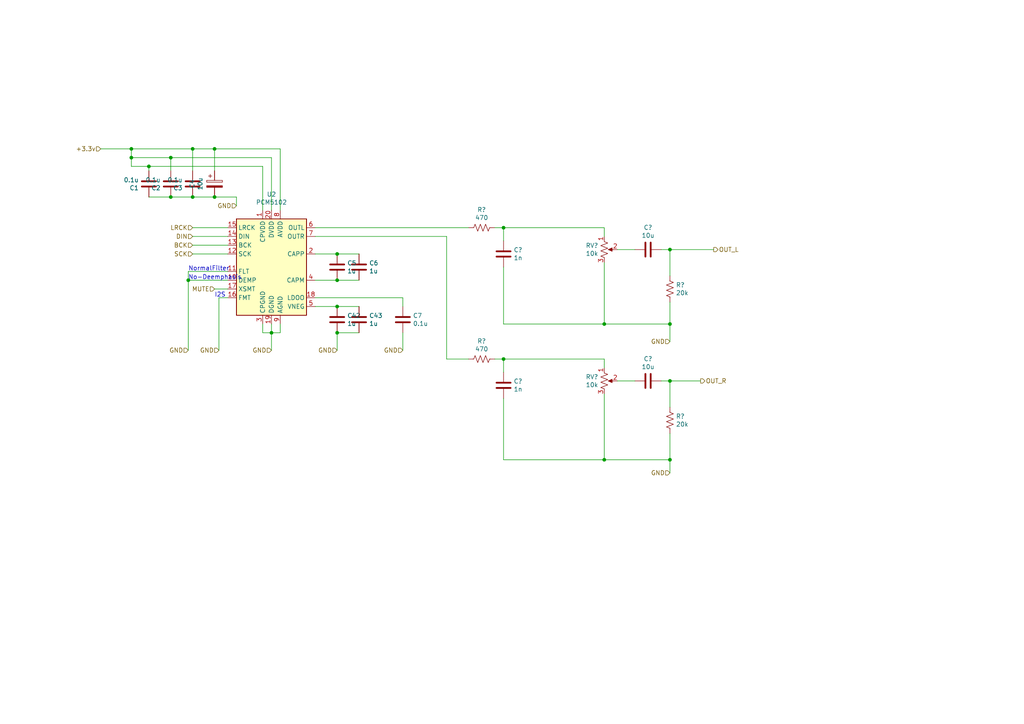
<source format=kicad_sch>
(kicad_sch (version 20230121) (generator eeschema)

  (uuid 65426e23-f081-4ef4-a8ea-d8f9dc8b71f4)

  (paper "A4")

  (lib_symbols
    (symbol "Audio:PCM5102" (in_bom yes) (on_board yes)
      (property "Reference" "U" (at -10.16 13.97 0)
        (effects (font (size 1.27 1.27)) (justify left))
      )
      (property "Value" "PCM5102" (at 3.81 13.97 0)
        (effects (font (size 1.27 1.27)) (justify left))
      )
      (property "Footprint" "Package_SO:TSSOP-20_4.4x6.5mm_P0.65mm" (at -1.27 19.05 0)
        (effects (font (size 1.27 1.27)) hide)
      )
      (property "Datasheet" "http://www.ti.com/lit/ds/symlink/pcm5102.pdf" (at -1.27 19.05 0)
        (effects (font (size 1.27 1.27)) hide)
      )
      (property "ki_keywords" "audio dac 2ch 32bit 384kHz" (at 0 0 0)
        (effects (font (size 1.27 1.27)) hide)
      )
      (property "ki_description" "2VRMS DirectPath, 112dB Audio Stereo DAC with 32-bit, 384kHz PCM Interface, TSSOP-20" (at 0 0 0)
        (effects (font (size 1.27 1.27)) hide)
      )
      (property "ki_fp_filters" "TSSOP*4.4x6.5mm*P0.65mm*" (at 0 0 0)
        (effects (font (size 1.27 1.27)) hide)
      )
      (symbol "PCM5102_0_1"
        (rectangle (start -10.16 12.7) (end 10.16 -15.24)
          (stroke (width 0.254) (type default))
          (fill (type background))
        )
      )
      (symbol "PCM5102_1_1"
        (pin passive line (at -2.54 15.24 270) (length 2.54)
          (name "CPVDD" (effects (font (size 1.27 1.27))))
          (number "1" (effects (font (size 1.27 1.27))))
        )
        (pin input line (at -12.7 -5.08 0) (length 2.54)
          (name "DEMP" (effects (font (size 1.27 1.27))))
          (number "10" (effects (font (size 1.27 1.27))))
        )
        (pin input line (at -12.7 -2.54 0) (length 2.54)
          (name "FLT" (effects (font (size 1.27 1.27))))
          (number "11" (effects (font (size 1.27 1.27))))
        )
        (pin input line (at -12.7 2.54 0) (length 2.54)
          (name "SCK" (effects (font (size 1.27 1.27))))
          (number "12" (effects (font (size 1.27 1.27))))
        )
        (pin input line (at -12.7 5.08 0) (length 2.54)
          (name "BCK" (effects (font (size 1.27 1.27))))
          (number "13" (effects (font (size 1.27 1.27))))
        )
        (pin input line (at -12.7 7.62 0) (length 2.54)
          (name "DIN" (effects (font (size 1.27 1.27))))
          (number "14" (effects (font (size 1.27 1.27))))
        )
        (pin input line (at -12.7 10.16 0) (length 2.54)
          (name "LRCK" (effects (font (size 1.27 1.27))))
          (number "15" (effects (font (size 1.27 1.27))))
        )
        (pin input line (at -12.7 -10.16 0) (length 2.54)
          (name "FMT" (effects (font (size 1.27 1.27))))
          (number "16" (effects (font (size 1.27 1.27))))
        )
        (pin input line (at -12.7 -7.62 0) (length 2.54)
          (name "XSMT" (effects (font (size 1.27 1.27))))
          (number "17" (effects (font (size 1.27 1.27))))
        )
        (pin passive line (at 12.7 -10.16 180) (length 2.54)
          (name "LDOO" (effects (font (size 1.27 1.27))))
          (number "18" (effects (font (size 1.27 1.27))))
        )
        (pin power_in line (at 0 -17.78 90) (length 2.54)
          (name "DGND" (effects (font (size 1.27 1.27))))
          (number "19" (effects (font (size 1.27 1.27))))
        )
        (pin passive line (at 12.7 2.54 180) (length 2.54)
          (name "CAPP" (effects (font (size 1.27 1.27))))
          (number "2" (effects (font (size 1.27 1.27))))
        )
        (pin power_in line (at 0 15.24 270) (length 2.54)
          (name "DVDD" (effects (font (size 1.27 1.27))))
          (number "20" (effects (font (size 1.27 1.27))))
        )
        (pin power_in line (at -2.54 -17.78 90) (length 2.54)
          (name "CPGND" (effects (font (size 1.27 1.27))))
          (number "3" (effects (font (size 1.27 1.27))))
        )
        (pin passive line (at 12.7 -5.08 180) (length 2.54)
          (name "CAPM" (effects (font (size 1.27 1.27))))
          (number "4" (effects (font (size 1.27 1.27))))
        )
        (pin passive line (at 12.7 -12.7 180) (length 2.54)
          (name "VNEG" (effects (font (size 1.27 1.27))))
          (number "5" (effects (font (size 1.27 1.27))))
        )
        (pin output line (at 12.7 10.16 180) (length 2.54)
          (name "OUTL" (effects (font (size 1.27 1.27))))
          (number "6" (effects (font (size 1.27 1.27))))
        )
        (pin output line (at 12.7 7.62 180) (length 2.54)
          (name "OUTR" (effects (font (size 1.27 1.27))))
          (number "7" (effects (font (size 1.27 1.27))))
        )
        (pin power_in line (at 2.54 15.24 270) (length 2.54)
          (name "AVDD" (effects (font (size 1.27 1.27))))
          (number "8" (effects (font (size 1.27 1.27))))
        )
        (pin power_in line (at 2.54 -17.78 90) (length 2.54)
          (name "AGND" (effects (font (size 1.27 1.27))))
          (number "9" (effects (font (size 1.27 1.27))))
        )
      )
    )
    (symbol "Device:C" (pin_numbers hide) (pin_names (offset 0.254)) (in_bom yes) (on_board yes)
      (property "Reference" "C" (at 0.635 2.54 0)
        (effects (font (size 1.27 1.27)) (justify left))
      )
      (property "Value" "C" (at 0.635 -2.54 0)
        (effects (font (size 1.27 1.27)) (justify left))
      )
      (property "Footprint" "" (at 0.9652 -3.81 0)
        (effects (font (size 1.27 1.27)) hide)
      )
      (property "Datasheet" "~" (at 0 0 0)
        (effects (font (size 1.27 1.27)) hide)
      )
      (property "ki_keywords" "cap capacitor" (at 0 0 0)
        (effects (font (size 1.27 1.27)) hide)
      )
      (property "ki_description" "Unpolarized capacitor" (at 0 0 0)
        (effects (font (size 1.27 1.27)) hide)
      )
      (property "ki_fp_filters" "C_*" (at 0 0 0)
        (effects (font (size 1.27 1.27)) hide)
      )
      (symbol "C_0_1"
        (polyline
          (pts
            (xy -2.032 -0.762)
            (xy 2.032 -0.762)
          )
          (stroke (width 0.508) (type default))
          (fill (type none))
        )
        (polyline
          (pts
            (xy -2.032 0.762)
            (xy 2.032 0.762)
          )
          (stroke (width 0.508) (type default))
          (fill (type none))
        )
      )
      (symbol "C_1_1"
        (pin passive line (at 0 3.81 270) (length 2.794)
          (name "~" (effects (font (size 1.27 1.27))))
          (number "1" (effects (font (size 1.27 1.27))))
        )
        (pin passive line (at 0 -3.81 90) (length 2.794)
          (name "~" (effects (font (size 1.27 1.27))))
          (number "2" (effects (font (size 1.27 1.27))))
        )
      )
    )
    (symbol "Device:R_US" (pin_numbers hide) (pin_names (offset 0)) (in_bom yes) (on_board yes)
      (property "Reference" "R" (at 2.54 0 90)
        (effects (font (size 1.27 1.27)))
      )
      (property "Value" "R_US" (at -2.54 0 90)
        (effects (font (size 1.27 1.27)))
      )
      (property "Footprint" "" (at 1.016 -0.254 90)
        (effects (font (size 1.27 1.27)) hide)
      )
      (property "Datasheet" "~" (at 0 0 0)
        (effects (font (size 1.27 1.27)) hide)
      )
      (property "ki_keywords" "R res resistor" (at 0 0 0)
        (effects (font (size 1.27 1.27)) hide)
      )
      (property "ki_description" "Resistor, US symbol" (at 0 0 0)
        (effects (font (size 1.27 1.27)) hide)
      )
      (property "ki_fp_filters" "R_*" (at 0 0 0)
        (effects (font (size 1.27 1.27)) hide)
      )
      (symbol "R_US_0_1"
        (polyline
          (pts
            (xy 0 -2.286)
            (xy 0 -2.54)
          )
          (stroke (width 0) (type default))
          (fill (type none))
        )
        (polyline
          (pts
            (xy 0 2.286)
            (xy 0 2.54)
          )
          (stroke (width 0) (type default))
          (fill (type none))
        )
        (polyline
          (pts
            (xy 0 -0.762)
            (xy 1.016 -1.143)
            (xy 0 -1.524)
            (xy -1.016 -1.905)
            (xy 0 -2.286)
          )
          (stroke (width 0) (type default))
          (fill (type none))
        )
        (polyline
          (pts
            (xy 0 0.762)
            (xy 1.016 0.381)
            (xy 0 0)
            (xy -1.016 -0.381)
            (xy 0 -0.762)
          )
          (stroke (width 0) (type default))
          (fill (type none))
        )
        (polyline
          (pts
            (xy 0 2.286)
            (xy 1.016 1.905)
            (xy 0 1.524)
            (xy -1.016 1.143)
            (xy 0 0.762)
          )
          (stroke (width 0) (type default))
          (fill (type none))
        )
      )
      (symbol "R_US_1_1"
        (pin passive line (at 0 3.81 270) (length 1.27)
          (name "~" (effects (font (size 1.27 1.27))))
          (number "1" (effects (font (size 1.27 1.27))))
        )
        (pin passive line (at 0 -3.81 90) (length 1.27)
          (name "~" (effects (font (size 1.27 1.27))))
          (number "2" (effects (font (size 1.27 1.27))))
        )
      )
    )
    (symbol "usbdac-rescue:CP-Device" (pin_numbers hide) (pin_names (offset 0.254)) (in_bom yes) (on_board yes)
      (property "Reference" "C" (at 0.635 2.54 0)
        (effects (font (size 1.27 1.27)) (justify left))
      )
      (property "Value" "Device_CP" (at 0.635 -2.54 0)
        (effects (font (size 1.27 1.27)) (justify left))
      )
      (property "Footprint" "" (at 0.9652 -3.81 0)
        (effects (font (size 1.27 1.27)) hide)
      )
      (property "Datasheet" "" (at 0 0 0)
        (effects (font (size 1.27 1.27)) hide)
      )
      (property "ki_fp_filters" "CP_*" (at 0 0 0)
        (effects (font (size 1.27 1.27)) hide)
      )
      (symbol "CP-Device_0_1"
        (rectangle (start -2.286 0.508) (end 2.286 1.016)
          (stroke (width 0) (type solid))
          (fill (type none))
        )
        (polyline
          (pts
            (xy -1.778 2.286)
            (xy -0.762 2.286)
          )
          (stroke (width 0) (type solid))
          (fill (type none))
        )
        (polyline
          (pts
            (xy -1.27 2.794)
            (xy -1.27 1.778)
          )
          (stroke (width 0) (type solid))
          (fill (type none))
        )
        (rectangle (start 2.286 -0.508) (end -2.286 -1.016)
          (stroke (width 0) (type solid))
          (fill (type outline))
        )
      )
      (symbol "CP-Device_1_1"
        (pin passive line (at 0 3.81 270) (length 2.794)
          (name "~" (effects (font (size 1.27 1.27))))
          (number "1" (effects (font (size 1.27 1.27))))
        )
        (pin passive line (at 0 -3.81 90) (length 2.794)
          (name "~" (effects (font (size 1.27 1.27))))
          (number "2" (effects (font (size 1.27 1.27))))
        )
      )
    )
    (symbol "usbdac-rescue:R_POT_US-Device" (pin_names (offset 1.016) hide) (in_bom yes) (on_board yes)
      (property "Reference" "RV" (at -4.445 0 90)
        (effects (font (size 1.27 1.27)))
      )
      (property "Value" "Device_R_POT_US" (at -2.54 0 90)
        (effects (font (size 1.27 1.27)))
      )
      (property "Footprint" "" (at 0 0 0)
        (effects (font (size 1.27 1.27)) hide)
      )
      (property "Datasheet" "" (at 0 0 0)
        (effects (font (size 1.27 1.27)) hide)
      )
      (property "ki_fp_filters" "Potentiometer*" (at 0 0 0)
        (effects (font (size 1.27 1.27)) hide)
      )
      (symbol "R_POT_US-Device_0_1"
        (polyline
          (pts
            (xy 0 -2.286)
            (xy 0 -2.54)
          )
          (stroke (width 0) (type solid))
          (fill (type none))
        )
        (polyline
          (pts
            (xy 0 2.54)
            (xy 0 2.286)
          )
          (stroke (width 0) (type solid))
          (fill (type none))
        )
        (polyline
          (pts
            (xy 2.54 0)
            (xy 1.524 0)
          )
          (stroke (width 0) (type solid))
          (fill (type none))
        )
        (polyline
          (pts
            (xy 1.143 0)
            (xy 2.286 0.508)
            (xy 2.286 -0.508)
            (xy 1.143 0)
          )
          (stroke (width 0) (type solid))
          (fill (type outline))
        )
        (polyline
          (pts
            (xy 0 -0.762)
            (xy 1.016 -1.143)
            (xy 0 -1.524)
            (xy -1.016 -1.905)
            (xy 0 -2.286)
          )
          (stroke (width 0) (type solid))
          (fill (type none))
        )
        (polyline
          (pts
            (xy 0 0.762)
            (xy 1.016 0.381)
            (xy 0 0)
            (xy -1.016 -0.381)
            (xy 0 -0.762)
          )
          (stroke (width 0) (type solid))
          (fill (type none))
        )
        (polyline
          (pts
            (xy 0 2.286)
            (xy 1.016 1.905)
            (xy 0 1.524)
            (xy -1.016 1.143)
            (xy 0 0.762)
          )
          (stroke (width 0) (type solid))
          (fill (type none))
        )
      )
      (symbol "R_POT_US-Device_1_1"
        (pin passive line (at 0 3.81 270) (length 1.27)
          (name "1" (effects (font (size 1.27 1.27))))
          (number "1" (effects (font (size 1.27 1.27))))
        )
        (pin passive line (at 3.81 0 180) (length 1.27)
          (name "2" (effects (font (size 1.27 1.27))))
          (number "2" (effects (font (size 1.27 1.27))))
        )
        (pin passive line (at 0 -3.81 90) (length 1.27)
          (name "3" (effects (font (size 1.27 1.27))))
          (number "3" (effects (font (size 1.27 1.27))))
        )
      )
    )
  )

  (junction (at 194.31 110.49) (diameter 0) (color 0 0 0 0)
    (uuid 0dc39f6c-b5ac-48a9-b035-0782d712dd7d)
  )
  (junction (at 194.31 72.39) (diameter 0) (color 0 0 0 0)
    (uuid 0fec3c13-e1dd-48e6-a8d1-a1b21906dc5a)
  )
  (junction (at 97.79 81.28) (diameter 0) (color 0 0 0 0)
    (uuid 156ee0dc-8f80-4d4c-8899-904a5e6e7e59)
  )
  (junction (at 55.88 57.15) (diameter 0) (color 0 0 0 0)
    (uuid 1869aa88-9fec-4d5b-bd5e-18282f074307)
  )
  (junction (at 97.79 96.52) (diameter 0) (color 0 0 0 0)
    (uuid 198bcf94-0c95-410a-83ee-2f3021deb4cb)
  )
  (junction (at 49.53 57.15) (diameter 0) (color 0 0 0 0)
    (uuid 1ab3c441-c4b5-4420-b327-9f049371e5e7)
  )
  (junction (at 55.88 43.18) (diameter 0) (color 0 0 0 0)
    (uuid 21984f00-3557-46a7-9414-668d3834d312)
  )
  (junction (at 97.79 73.66) (diameter 0) (color 0 0 0 0)
    (uuid 32029811-9741-4187-b298-823666753236)
  )
  (junction (at 146.05 104.14) (diameter 0) (color 0 0 0 0)
    (uuid 44d77d2d-05a0-4e57-abc2-3bb606b22114)
  )
  (junction (at 43.18 48.26) (diameter 0) (color 0 0 0 0)
    (uuid 474cd9f5-87fb-4f29-870d-5ceb907960de)
  )
  (junction (at 194.31 133.35) (diameter 0) (color 0 0 0 0)
    (uuid 5fc1bfc6-d644-4331-a2a9-e64c3a86bc46)
  )
  (junction (at 62.23 43.18) (diameter 0) (color 0 0 0 0)
    (uuid 64c210af-cc48-433f-a1ba-25f69e031a10)
  )
  (junction (at 97.79 88.9) (diameter 0) (color 0 0 0 0)
    (uuid 71b2ee85-7444-41ed-95cc-bde3b489a44d)
  )
  (junction (at 38.1 43.18) (diameter 0) (color 0 0 0 0)
    (uuid 8a60c290-fe9a-45f5-b0fd-573cb1a977b9)
  )
  (junction (at 62.23 57.15) (diameter 0) (color 0 0 0 0)
    (uuid 8e6a671f-a07d-4035-86c6-2e93de695e66)
  )
  (junction (at 175.26 133.35) (diameter 0) (color 0 0 0 0)
    (uuid 9c416486-054f-4332-9384-6ccff8905a42)
  )
  (junction (at 54.61 81.28) (diameter 0) (color 0 0 0 0)
    (uuid a349da94-6bf2-4e8e-baf3-fae59d013ba3)
  )
  (junction (at 146.05 66.04) (diameter 0) (color 0 0 0 0)
    (uuid a9934b08-fbd6-4d0d-9477-fa9602093f9a)
  )
  (junction (at 194.31 93.98) (diameter 0) (color 0 0 0 0)
    (uuid afaefc93-9355-464e-9958-ce090ca80b0d)
  )
  (junction (at 78.74 96.52) (diameter 0) (color 0 0 0 0)
    (uuid c5ca7d0a-7bfb-4ce9-b04e-6fc44555fc9d)
  )
  (junction (at 175.26 93.98) (diameter 0) (color 0 0 0 0)
    (uuid cb3456a5-b47c-43bb-9d4c-ee1448f50c9d)
  )
  (junction (at 38.1 45.72) (diameter 0) (color 0 0 0 0)
    (uuid e001be38-5f43-4616-b596-5a36eb08cf06)
  )
  (junction (at 49.53 45.72) (diameter 0) (color 0 0 0 0)
    (uuid eb233eb4-e7ab-4409-98ab-c35531244444)
  )

  (wire (pts (xy 104.14 96.52) (xy 97.79 96.52))
    (stroke (width 0) (type default))
    (uuid 02d33bb9-6aaf-45b9-8ff5-2a9cae321ca4)
  )
  (wire (pts (xy 129.54 104.14) (xy 135.89 104.14))
    (stroke (width 0) (type default))
    (uuid 03b8b2e2-d046-4495-8d78-5981fecc6760)
  )
  (wire (pts (xy 175.26 106.68) (xy 175.26 104.14))
    (stroke (width 0) (type default))
    (uuid 065c9bd5-07f7-442b-9060-091e3ceee401)
  )
  (wire (pts (xy 194.31 125.73) (xy 194.31 133.35))
    (stroke (width 0) (type default))
    (uuid 06b068a4-fec0-4cf7-8573-8abda8b89c15)
  )
  (wire (pts (xy 191.77 72.39) (xy 194.31 72.39))
    (stroke (width 0) (type default))
    (uuid 0af059c4-f274-4416-946f-fd8f41c6dc92)
  )
  (wire (pts (xy 54.61 78.74) (xy 66.04 78.74))
    (stroke (width 0) (type default))
    (uuid 0f088b95-0cc1-4302-b33c-f3bd93a4c544)
  )
  (wire (pts (xy 43.18 49.53) (xy 43.18 48.26))
    (stroke (width 0) (type default))
    (uuid 118d04a5-3921-48e3-bac2-b0272d3605b6)
  )
  (wire (pts (xy 55.88 49.53) (xy 55.88 43.18))
    (stroke (width 0) (type default))
    (uuid 17113dd4-730f-43d5-af39-632617bf179d)
  )
  (wire (pts (xy 116.84 86.36) (xy 116.84 88.9))
    (stroke (width 0) (type default))
    (uuid 174394b8-ec49-462a-b443-c045c254787e)
  )
  (wire (pts (xy 54.61 101.6) (xy 54.61 81.28))
    (stroke (width 0) (type default))
    (uuid 188c6d98-07c8-45c7-9c49-8eb962f6e8db)
  )
  (wire (pts (xy 81.28 43.18) (xy 81.28 60.96))
    (stroke (width 0) (type default))
    (uuid 1986aaba-74d3-439a-b8fe-e11903ecbdc6)
  )
  (wire (pts (xy 76.2 96.52) (xy 78.74 96.52))
    (stroke (width 0) (type default))
    (uuid 1bdce82e-6fd6-494b-afd3-bb530eaa1daa)
  )
  (wire (pts (xy 194.31 137.16) (xy 194.31 133.35))
    (stroke (width 0) (type default))
    (uuid 1dcc10a9-6ba5-4871-bf30-a6b681a13762)
  )
  (wire (pts (xy 146.05 77.47) (xy 146.05 93.98))
    (stroke (width 0) (type default))
    (uuid 1ede9354-2239-4c19-ae9d-1f9664ef2b93)
  )
  (wire (pts (xy 49.53 49.53) (xy 49.53 45.72))
    (stroke (width 0) (type default))
    (uuid 20abf24a-1f71-4763-911f-231ef7c14715)
  )
  (wire (pts (xy 175.26 68.58) (xy 175.26 66.04))
    (stroke (width 0) (type default))
    (uuid 23403bc0-e436-4fc1-8a52-4190892661d6)
  )
  (wire (pts (xy 81.28 96.52) (xy 81.28 93.98))
    (stroke (width 0) (type default))
    (uuid 2efbb076-d094-48f8-82b3-d425296922bc)
  )
  (wire (pts (xy 54.61 81.28) (xy 66.04 81.28))
    (stroke (width 0) (type default))
    (uuid 2fc8be8c-88a2-4a3d-bb5c-cfa023b7c105)
  )
  (wire (pts (xy 38.1 48.26) (xy 43.18 48.26))
    (stroke (width 0) (type default))
    (uuid 336735ff-8258-477c-ade1-2efe318e5d21)
  )
  (wire (pts (xy 43.18 48.26) (xy 76.2 48.26))
    (stroke (width 0) (type default))
    (uuid 33d80140-614e-4288-91e2-b7103bf9f979)
  )
  (wire (pts (xy 194.31 72.39) (xy 194.31 80.01))
    (stroke (width 0) (type default))
    (uuid 3419ff15-afe5-4195-b00f-f9c9e692596a)
  )
  (wire (pts (xy 97.79 73.66) (xy 104.14 73.66))
    (stroke (width 0) (type default))
    (uuid 3d87feca-8fda-4746-b0df-faf36c0c47fd)
  )
  (wire (pts (xy 175.26 114.3) (xy 175.26 133.35))
    (stroke (width 0) (type default))
    (uuid 3ddccead-d400-4f93-8af6-c4374d857769)
  )
  (wire (pts (xy 191.77 110.49) (xy 194.31 110.49))
    (stroke (width 0) (type default))
    (uuid 4a85466f-6122-4809-a672-306c02be4725)
  )
  (wire (pts (xy 97.79 88.9) (xy 104.14 88.9))
    (stroke (width 0) (type default))
    (uuid 4abe4eda-ae58-4143-8fb2-e40e7ebb9d98)
  )
  (wire (pts (xy 146.05 69.85) (xy 146.05 66.04))
    (stroke (width 0) (type default))
    (uuid 5aef5de9-2e30-4ec0-979d-a5778f7b7b91)
  )
  (wire (pts (xy 55.88 73.66) (xy 66.04 73.66))
    (stroke (width 0) (type default))
    (uuid 5aff135e-1480-4a5a-a53c-3b38e6746125)
  )
  (wire (pts (xy 146.05 133.35) (xy 175.26 133.35))
    (stroke (width 0) (type default))
    (uuid 5f1fdc0f-de6f-4819-8540-53ef041a89a0)
  )
  (wire (pts (xy 62.23 83.82) (xy 66.04 83.82))
    (stroke (width 0) (type default))
    (uuid 62500d74-3020-4466-89d6-1171585d5d18)
  )
  (wire (pts (xy 143.51 66.04) (xy 146.05 66.04))
    (stroke (width 0) (type default))
    (uuid 6598038d-55db-41dc-8bbe-dd93e7110ed8)
  )
  (wire (pts (xy 78.74 45.72) (xy 78.74 60.96))
    (stroke (width 0) (type default))
    (uuid 691e8ce9-19f8-4c04-ac21-9490668cac99)
  )
  (wire (pts (xy 38.1 43.18) (xy 55.88 43.18))
    (stroke (width 0) (type default))
    (uuid 696cb00d-0a87-4969-bad8-365dc4ac3b08)
  )
  (wire (pts (xy 129.54 68.58) (xy 129.54 104.14))
    (stroke (width 0) (type default))
    (uuid 6dd6bbe9-b48d-4dee-8f1d-a02584442229)
  )
  (wire (pts (xy 91.44 68.58) (xy 129.54 68.58))
    (stroke (width 0) (type default))
    (uuid 6f119f5e-2d85-4ec6-8b2f-39b00a407949)
  )
  (wire (pts (xy 43.18 57.15) (xy 49.53 57.15))
    (stroke (width 0) (type default))
    (uuid 709ee4a5-4e01-4dc1-beb6-ab9452a22bb4)
  )
  (wire (pts (xy 91.44 88.9) (xy 97.79 88.9))
    (stroke (width 0) (type default))
    (uuid 777041a1-b4b7-46d8-a3dc-2daa475a8c34)
  )
  (wire (pts (xy 175.26 93.98) (xy 194.31 93.98))
    (stroke (width 0) (type default))
    (uuid 7c0888b3-69a3-44bf-9012-11709a51a8b3)
  )
  (wire (pts (xy 68.58 57.15) (xy 68.58 59.69))
    (stroke (width 0) (type default))
    (uuid 817823dc-9703-4eea-bff9-953e56f2208d)
  )
  (wire (pts (xy 91.44 86.36) (xy 116.84 86.36))
    (stroke (width 0) (type default))
    (uuid 81f6380c-c1b4-4a05-b242-43867cb47f0d)
  )
  (wire (pts (xy 68.58 57.15) (xy 62.23 57.15))
    (stroke (width 0) (type default))
    (uuid 851c603d-75de-4406-b5fd-19cfa3e94ad4)
  )
  (wire (pts (xy 146.05 93.98) (xy 175.26 93.98))
    (stroke (width 0) (type default))
    (uuid 889f1932-3325-4575-850c-19a77dc15b94)
  )
  (wire (pts (xy 146.05 107.95) (xy 146.05 104.14))
    (stroke (width 0) (type default))
    (uuid 8b505310-e4cf-48eb-8adc-ca57bd29544f)
  )
  (wire (pts (xy 38.1 45.72) (xy 38.1 43.18))
    (stroke (width 0) (type default))
    (uuid 8bf8c753-30e5-4632-939d-b1c46d04c7e0)
  )
  (wire (pts (xy 38.1 45.72) (xy 49.53 45.72))
    (stroke (width 0) (type default))
    (uuid 8c43af81-5bdb-4356-b856-5f9d32e8c469)
  )
  (wire (pts (xy 194.31 110.49) (xy 194.31 118.11))
    (stroke (width 0) (type default))
    (uuid 8de854c4-6c98-42ae-a8c5-10668819b35b)
  )
  (wire (pts (xy 62.23 43.18) (xy 81.28 43.18))
    (stroke (width 0) (type default))
    (uuid 930999e1-9700-4d9a-9a20-fe693d3e18d4)
  )
  (wire (pts (xy 76.2 48.26) (xy 76.2 60.96))
    (stroke (width 0) (type default))
    (uuid 971419a7-f8f4-49e9-a496-76f855e9ff36)
  )
  (wire (pts (xy 76.2 93.98) (xy 76.2 96.52))
    (stroke (width 0) (type default))
    (uuid 999ca787-3286-4a91-8b81-398b9c63a839)
  )
  (wire (pts (xy 97.79 96.52) (xy 97.79 101.6))
    (stroke (width 0) (type default))
    (uuid 9f02fa0f-efab-494f-918e-b3b95e72c429)
  )
  (wire (pts (xy 194.31 87.63) (xy 194.31 93.98))
    (stroke (width 0) (type default))
    (uuid a3e25ac4-f92a-41ea-8dfc-c6aec3e0a2f0)
  )
  (wire (pts (xy 54.61 78.74) (xy 54.61 81.28))
    (stroke (width 0) (type default))
    (uuid a509cb5e-682e-4127-97a0-91f76eba03f9)
  )
  (wire (pts (xy 179.07 72.39) (xy 184.15 72.39))
    (stroke (width 0) (type default))
    (uuid a5687eb9-f276-4852-a9a9-4eb067f090e5)
  )
  (wire (pts (xy 179.07 110.49) (xy 184.15 110.49))
    (stroke (width 0) (type default))
    (uuid aa1b3f03-877a-478a-a2d8-e6311a19bcee)
  )
  (wire (pts (xy 91.44 73.66) (xy 97.79 73.66))
    (stroke (width 0) (type default))
    (uuid aaae497f-f64b-4473-a88e-3d062a925c70)
  )
  (wire (pts (xy 55.88 71.12) (xy 66.04 71.12))
    (stroke (width 0) (type default))
    (uuid ae24831a-6878-419e-9de5-1675fe340ed1)
  )
  (wire (pts (xy 175.26 133.35) (xy 194.31 133.35))
    (stroke (width 0) (type default))
    (uuid ae27f444-65ba-40d2-9a5a-6319ecb625ef)
  )
  (wire (pts (xy 29.21 43.18) (xy 38.1 43.18))
    (stroke (width 0) (type default))
    (uuid afe4d10b-7576-4e49-adab-c2634de2603e)
  )
  (wire (pts (xy 97.79 81.28) (xy 91.44 81.28))
    (stroke (width 0) (type default))
    (uuid b40cfd48-e8fe-4ed3-9017-37b1d5948d51)
  )
  (wire (pts (xy 104.14 81.28) (xy 97.79 81.28))
    (stroke (width 0) (type default))
    (uuid b9fbec7b-afcb-4df2-b8df-1be3e8757961)
  )
  (wire (pts (xy 146.05 66.04) (xy 175.26 66.04))
    (stroke (width 0) (type default))
    (uuid c145f831-f74e-4cd7-97c5-a6230ca42f13)
  )
  (wire (pts (xy 63.5 86.36) (xy 63.5 101.6))
    (stroke (width 0) (type default))
    (uuid c45f1c90-1354-4096-a8b1-e1781a1336a9)
  )
  (wire (pts (xy 175.26 76.2) (xy 175.26 93.98))
    (stroke (width 0) (type default))
    (uuid c57dc745-b404-4807-8bb0-daa07f69e120)
  )
  (wire (pts (xy 78.74 93.98) (xy 78.74 96.52))
    (stroke (width 0) (type default))
    (uuid c61c92de-1468-424c-a5d3-51332e949275)
  )
  (wire (pts (xy 55.88 66.04) (xy 66.04 66.04))
    (stroke (width 0) (type default))
    (uuid c6593a99-c289-47c3-8245-1d1f097d71a3)
  )
  (wire (pts (xy 49.53 45.72) (xy 78.74 45.72))
    (stroke (width 0) (type default))
    (uuid c9d78e43-f64f-497d-a488-724406c7a13b)
  )
  (wire (pts (xy 146.05 115.57) (xy 146.05 133.35))
    (stroke (width 0) (type default))
    (uuid c9ecfcf3-24ff-4941-ba1a-31ed12876792)
  )
  (wire (pts (xy 91.44 66.04) (xy 135.89 66.04))
    (stroke (width 0) (type default))
    (uuid ca205c8a-2d3b-4942-a774-e2d54f5049e4)
  )
  (wire (pts (xy 78.74 96.52) (xy 78.74 101.6))
    (stroke (width 0) (type default))
    (uuid d22780ec-9f97-4979-bb9f-2518bc87af0b)
  )
  (wire (pts (xy 194.31 110.49) (xy 203.2 110.49))
    (stroke (width 0) (type default))
    (uuid d80d5892-63e2-4faa-954c-7652a5f49611)
  )
  (wire (pts (xy 143.51 104.14) (xy 146.05 104.14))
    (stroke (width 0) (type default))
    (uuid d88c42d5-f428-469e-a289-53c3f2cd6e22)
  )
  (wire (pts (xy 62.23 49.53) (xy 62.23 43.18))
    (stroke (width 0) (type default))
    (uuid d91e05cb-f6a6-4d64-a1f4-62fcb5edd5eb)
  )
  (wire (pts (xy 146.05 104.14) (xy 175.26 104.14))
    (stroke (width 0) (type default))
    (uuid e04bc4f3-c07b-4ed0-b065-73f16fcc4770)
  )
  (wire (pts (xy 38.1 48.26) (xy 38.1 45.72))
    (stroke (width 0) (type default))
    (uuid e0d42ab6-cc2b-4ee1-8757-efc7456c8191)
  )
  (wire (pts (xy 55.88 57.15) (xy 62.23 57.15))
    (stroke (width 0) (type default))
    (uuid e359d35b-b974-4bfe-b2af-28bbfc23e49b)
  )
  (wire (pts (xy 194.31 72.39) (xy 207.01 72.39))
    (stroke (width 0) (type default))
    (uuid e6424e7c-8534-4736-8bad-289f6bb43ed1)
  )
  (wire (pts (xy 55.88 43.18) (xy 62.23 43.18))
    (stroke (width 0) (type default))
    (uuid ebf8a9cc-ec8e-4667-a348-ac167ff63ad5)
  )
  (wire (pts (xy 116.84 96.52) (xy 116.84 101.6))
    (stroke (width 0) (type default))
    (uuid eed73d8d-e882-4afa-966e-5880b574e045)
  )
  (wire (pts (xy 49.53 57.15) (xy 55.88 57.15))
    (stroke (width 0) (type default))
    (uuid ef480514-85aa-4e1f-924f-c66636ddd3bc)
  )
  (wire (pts (xy 78.74 96.52) (xy 81.28 96.52))
    (stroke (width 0) (type default))
    (uuid f9f637bb-9eab-496b-ae38-6a04dfdbb437)
  )
  (wire (pts (xy 194.31 99.06) (xy 194.31 93.98))
    (stroke (width 0) (type default))
    (uuid fc23fc9d-5929-4668-bc2e-7ec317d72c92)
  )
  (wire (pts (xy 55.88 68.58) (xy 66.04 68.58))
    (stroke (width 0) (type default))
    (uuid fd5e5668-306f-4976-b5fe-4b677473424a)
  )
  (wire (pts (xy 66.04 86.36) (xy 63.5 86.36))
    (stroke (width 0) (type default))
    (uuid ff0a0c39-ac68-4834-b11b-ecf7a8068b72)
  )

  (text "I2S" (at 62.23 86.36 0)
    (effects (font (size 1.27 1.27)) (justify left bottom))
    (uuid 73a295b7-02be-41a9-bfb9-134c85635248)
  )
  (text "No-Deemphasis" (at 54.61 81.28 0)
    (effects (font (size 1.27 1.27)) (justify left bottom))
    (uuid ba1355bb-eb13-4887-b35d-b2e58f483916)
  )
  (text "NormalFilter" (at 54.61 78.74 0)
    (effects (font (size 1.27 1.27)) (justify left bottom))
    (uuid e240a999-0118-4ab2-bd5d-79e2a8108fc1)
  )

  (hierarchical_label "SCK" (shape input) (at 55.88 73.66 180) (fields_autoplaced)
    (effects (font (size 1.27 1.27)) (justify right))
    (uuid 14cf952f-faf9-4d60-93b5-77b6c175d0f9)
  )
  (hierarchical_label "GND" (shape input) (at 194.31 137.16 180) (fields_autoplaced)
    (effects (font (size 1.27 1.27)) (justify right))
    (uuid 183e5bab-e58b-4fbc-a04f-13de79121a0a)
  )
  (hierarchical_label "GND" (shape input) (at 194.31 99.06 180) (fields_autoplaced)
    (effects (font (size 1.27 1.27)) (justify right))
    (uuid 263553cf-892c-4974-ac37-236e6b66b3d9)
  )
  (hierarchical_label "GND" (shape input) (at 116.84 101.6 180) (fields_autoplaced)
    (effects (font (size 1.27 1.27)) (justify right))
    (uuid 299ee8a2-b7a2-4760-9718-093b450dc08f)
  )
  (hierarchical_label "GND" (shape input) (at 97.79 101.6 180) (fields_autoplaced)
    (effects (font (size 1.27 1.27)) (justify right))
    (uuid 32df57c7-4066-4cb9-bbef-fae991e2b983)
  )
  (hierarchical_label "OUT_R" (shape output) (at 203.2 110.49 0) (fields_autoplaced)
    (effects (font (size 1.27 1.27)) (justify left))
    (uuid 4d81b6b5-4256-4868-be99-76c0af4f4092)
  )
  (hierarchical_label "MUTE" (shape input) (at 62.23 83.82 180) (fields_autoplaced)
    (effects (font (size 1.27 1.27)) (justify right))
    (uuid 5ddbfb4c-a1b5-416e-bb27-0f8237f0ca86)
  )
  (hierarchical_label "GND" (shape input) (at 63.5 101.6 180) (fields_autoplaced)
    (effects (font (size 1.27 1.27)) (justify right))
    (uuid 61d18589-d547-48c5-9f03-664a3d2da6b1)
  )
  (hierarchical_label "DIN" (shape input) (at 55.88 68.58 180) (fields_autoplaced)
    (effects (font (size 1.27 1.27)) (justify right))
    (uuid 67426d49-1d1d-409c-bd16-d114011009e1)
  )
  (hierarchical_label "LRCK" (shape input) (at 55.88 66.04 180) (fields_autoplaced)
    (effects (font (size 1.27 1.27)) (justify right))
    (uuid 85819243-b6fa-4e20-89b7-cdb1bfa50e9e)
  )
  (hierarchical_label "+3.3v" (shape input) (at 29.21 43.18 180) (fields_autoplaced)
    (effects (font (size 1.27 1.27)) (justify right))
    (uuid 9886db04-7904-4060-8016-7da8ec7738b3)
  )
  (hierarchical_label "OUT_L" (shape output) (at 207.01 72.39 0) (fields_autoplaced)
    (effects (font (size 1.27 1.27)) (justify left))
    (uuid 9c87bc27-6a97-47b5-b657-23fc8140fa78)
  )
  (hierarchical_label "GND" (shape input) (at 68.58 59.69 180) (fields_autoplaced)
    (effects (font (size 1.27 1.27)) (justify right))
    (uuid 9f23496a-e1ba-4ff7-a875-f52151d286d2)
  )
  (hierarchical_label "BCK" (shape input) (at 55.88 71.12 180) (fields_autoplaced)
    (effects (font (size 1.27 1.27)) (justify right))
    (uuid a39b9b08-84ec-4cbe-aa68-ecdf7400f016)
  )
  (hierarchical_label "GND" (shape input) (at 78.74 101.6 180) (fields_autoplaced)
    (effects (font (size 1.27 1.27)) (justify right))
    (uuid e80dea3d-4151-497d-bb6c-f15f5fe7248b)
  )
  (hierarchical_label "GND" (shape input) (at 54.61 101.6 180) (fields_autoplaced)
    (effects (font (size 1.27 1.27)) (justify right))
    (uuid f10b61fb-ede5-4414-9ba6-cc1f8efca277)
  )

  (symbol (lib_id "Device:C") (at 187.96 72.39 90) (unit 1)
    (in_bom yes) (on_board yes) (dnp no)
    (uuid 00000000-0000-0000-0000-000064ed96a4)
    (property "Reference" "C?" (at 187.96 65.9892 90)
      (effects (font (size 1.27 1.27)))
    )
    (property "Value" "10u" (at 187.96 68.3006 90)
      (effects (font (size 1.27 1.27)))
    )
    (property "Footprint" "Capacitor_SMD:C_0603_1608Metric" (at 191.77 71.4248 0)
      (effects (font (size 1.27 1.27)) hide)
    )
    (property "Datasheet" "~" (at 187.96 72.39 0)
      (effects (font (size 1.27 1.27)) hide)
    )
    (pin "1" (uuid 20d9354a-7aae-416e-8633-7319fe46c751))
    (pin "2" (uuid 98deefe2-54a6-4dec-938c-af25bb803105))
    (instances
      (project "usbdac"
        (path "/d1c9d0ec-7d09-4a8b-b15d-504a9295cae6"
          (reference "C?") (unit 1)
        )
        (path "/d1c9d0ec-7d09-4a8b-b15d-504a9295cae6/00000000-0000-0000-0000-0000675c68c8"
          (reference "C10") (unit 1)
        )
      )
    )
  )

  (symbol (lib_id "usbdac-rescue:R_POT_US-Device") (at 175.26 72.39 0) (unit 1)
    (in_bom yes) (on_board yes) (dnp no)
    (uuid 00000000-0000-0000-0000-000064ed96aa)
    (property "Reference" "RV?" (at 173.5328 71.2216 0)
      (effects (font (size 1.27 1.27)) (justify right))
    )
    (property "Value" "10k" (at 173.5328 73.533 0)
      (effects (font (size 1.27 1.27)) (justify right))
    )
    (property "Footprint" "Potentiometer_SMD:Potentiometer_Bourns_TC33X_Vertical" (at 175.26 72.39 0)
      (effects (font (size 1.27 1.27)) hide)
    )
    (property "Datasheet" "~" (at 175.26 72.39 0)
      (effects (font (size 1.27 1.27)) hide)
    )
    (pin "1" (uuid fb277f53-307d-4a1d-99a0-6ef8677cbc96))
    (pin "2" (uuid 3ce07cc9-0e39-409c-9caa-548242fa474c))
    (pin "3" (uuid 946882c3-8c34-4801-af65-5f549bfa7fa2))
    (instances
      (project "usbdac"
        (path "/d1c9d0ec-7d09-4a8b-b15d-504a9295cae6"
          (reference "RV?") (unit 1)
        )
        (path "/d1c9d0ec-7d09-4a8b-b15d-504a9295cae6/00000000-0000-0000-0000-0000675c68c8"
          (reference "RV1") (unit 1)
        )
      )
    )
  )

  (symbol (lib_id "Device:R_US") (at 194.31 83.82 0) (unit 1)
    (in_bom yes) (on_board yes) (dnp no)
    (uuid 00000000-0000-0000-0000-000064ed96b3)
    (property "Reference" "R?" (at 196.0372 82.6516 0)
      (effects (font (size 1.27 1.27)) (justify left))
    )
    (property "Value" "20k" (at 196.0372 84.963 0)
      (effects (font (size 1.27 1.27)) (justify left))
    )
    (property "Footprint" "Resistor_SMD:R_0603_1608Metric" (at 195.326 84.074 90)
      (effects (font (size 1.27 1.27)) hide)
    )
    (property "Datasheet" "~" (at 194.31 83.82 0)
      (effects (font (size 1.27 1.27)) hide)
    )
    (pin "1" (uuid 8b0db336-5308-4e84-ae8a-343d02675710))
    (pin "2" (uuid 9b13dc80-3380-421b-9544-cb1474621287))
    (instances
      (project "usbdac"
        (path "/d1c9d0ec-7d09-4a8b-b15d-504a9295cae6"
          (reference "R?") (unit 1)
        )
        (path "/d1c9d0ec-7d09-4a8b-b15d-504a9295cae6/00000000-0000-0000-0000-0000675c68c8"
          (reference "R8") (unit 1)
        )
      )
    )
  )

  (symbol (lib_id "Device:C") (at 146.05 73.66 0) (unit 1)
    (in_bom yes) (on_board yes) (dnp no)
    (uuid 00000000-0000-0000-0000-000064ed96ba)
    (property "Reference" "C?" (at 148.971 72.4916 0)
      (effects (font (size 1.27 1.27)) (justify left))
    )
    (property "Value" "1n" (at 148.971 74.803 0)
      (effects (font (size 1.27 1.27)) (justify left))
    )
    (property "Footprint" "Capacitor_SMD:C_0603_1608Metric" (at 147.0152 77.47 0)
      (effects (font (size 1.27 1.27)) hide)
    )
    (property "Datasheet" "~" (at 146.05 73.66 0)
      (effects (font (size 1.27 1.27)) hide)
    )
    (pin "1" (uuid 91018169-1877-4a53-bade-f7957a49c88d))
    (pin "2" (uuid 3dc1c110-2bdd-4105-a7b8-92b248ff0fcb))
    (instances
      (project "usbdac"
        (path "/d1c9d0ec-7d09-4a8b-b15d-504a9295cae6"
          (reference "C?") (unit 1)
        )
        (path "/d1c9d0ec-7d09-4a8b-b15d-504a9295cae6/00000000-0000-0000-0000-0000675c68c8"
          (reference "C8") (unit 1)
        )
      )
    )
  )

  (symbol (lib_id "Device:R_US") (at 139.7 66.04 90) (unit 1)
    (in_bom yes) (on_board yes) (dnp no)
    (uuid 00000000-0000-0000-0000-000064ed96c3)
    (property "Reference" "R?" (at 139.7 60.833 90)
      (effects (font (size 1.27 1.27)))
    )
    (property "Value" "470" (at 139.7 63.1444 90)
      (effects (font (size 1.27 1.27)))
    )
    (property "Footprint" "Resistor_SMD:R_0603_1608Metric" (at 139.954 65.024 90)
      (effects (font (size 1.27 1.27)) hide)
    )
    (property "Datasheet" "~" (at 139.7 66.04 0)
      (effects (font (size 1.27 1.27)) hide)
    )
    (pin "1" (uuid 4f653a79-27ab-4028-8158-301277f08359))
    (pin "2" (uuid 2785abe6-b1f5-4658-8d81-28cd5673fbc2))
    (instances
      (project "usbdac"
        (path "/d1c9d0ec-7d09-4a8b-b15d-504a9295cae6"
          (reference "R?") (unit 1)
        )
        (path "/d1c9d0ec-7d09-4a8b-b15d-504a9295cae6/00000000-0000-0000-0000-0000675c68c8"
          (reference "R6") (unit 1)
        )
      )
    )
  )

  (symbol (lib_id "Device:C") (at 187.96 110.49 90) (unit 1)
    (in_bom yes) (on_board yes) (dnp no)
    (uuid 00000000-0000-0000-0000-000064ed96ca)
    (property "Reference" "C?" (at 187.96 104.0892 90)
      (effects (font (size 1.27 1.27)))
    )
    (property "Value" "10u" (at 187.96 106.4006 90)
      (effects (font (size 1.27 1.27)))
    )
    (property "Footprint" "Capacitor_SMD:C_0603_1608Metric" (at 191.77 109.5248 0)
      (effects (font (size 1.27 1.27)) hide)
    )
    (property "Datasheet" "~" (at 187.96 110.49 0)
      (effects (font (size 1.27 1.27)) hide)
    )
    (pin "1" (uuid dafadee5-f619-4b68-903d-dd4a6d038573))
    (pin "2" (uuid ce279d41-7229-427a-9c67-48752582a8cc))
    (instances
      (project "usbdac"
        (path "/d1c9d0ec-7d09-4a8b-b15d-504a9295cae6"
          (reference "C?") (unit 1)
        )
        (path "/d1c9d0ec-7d09-4a8b-b15d-504a9295cae6/00000000-0000-0000-0000-0000675c68c8"
          (reference "C23") (unit 1)
        )
      )
    )
  )

  (symbol (lib_id "usbdac-rescue:R_POT_US-Device") (at 175.26 110.49 0) (unit 1)
    (in_bom yes) (on_board yes) (dnp no)
    (uuid 00000000-0000-0000-0000-000064ed96d0)
    (property "Reference" "RV?" (at 173.5328 109.3216 0)
      (effects (font (size 1.27 1.27)) (justify right))
    )
    (property "Value" "10k" (at 173.5328 111.633 0)
      (effects (font (size 1.27 1.27)) (justify right))
    )
    (property "Footprint" "Potentiometer_SMD:Potentiometer_Bourns_TC33X_Vertical" (at 175.26 110.49 0)
      (effects (font (size 1.27 1.27)) hide)
    )
    (property "Datasheet" "~" (at 175.26 110.49 0)
      (effects (font (size 1.27 1.27)) hide)
    )
    (pin "1" (uuid 75bd763c-83a1-49d4-9f75-e6932d755106))
    (pin "2" (uuid 75cea4b0-c190-47e0-8076-cb1698305801))
    (pin "3" (uuid b180a466-5285-43b5-ab24-be1b5e37c002))
    (instances
      (project "usbdac"
        (path "/d1c9d0ec-7d09-4a8b-b15d-504a9295cae6"
          (reference "RV?") (unit 1)
        )
        (path "/d1c9d0ec-7d09-4a8b-b15d-504a9295cae6/00000000-0000-0000-0000-0000675c68c8"
          (reference "RV2") (unit 1)
        )
      )
    )
  )

  (symbol (lib_id "Device:R_US") (at 194.31 121.92 0) (unit 1)
    (in_bom yes) (on_board yes) (dnp no)
    (uuid 00000000-0000-0000-0000-000064ed96dc)
    (property "Reference" "R?" (at 196.0372 120.7516 0)
      (effects (font (size 1.27 1.27)) (justify left))
    )
    (property "Value" "20k" (at 196.0372 123.063 0)
      (effects (font (size 1.27 1.27)) (justify left))
    )
    (property "Footprint" "Resistor_SMD:R_0603_1608Metric" (at 195.326 122.174 90)
      (effects (font (size 1.27 1.27)) hide)
    )
    (property "Datasheet" "~" (at 194.31 121.92 0)
      (effects (font (size 1.27 1.27)) hide)
    )
    (pin "1" (uuid 1e239f63-1090-4ac4-bc60-bf134f1ec087))
    (pin "2" (uuid 3c06ad44-f91e-43e2-9645-d1ef5e66293a))
    (instances
      (project "usbdac"
        (path "/d1c9d0ec-7d09-4a8b-b15d-504a9295cae6"
          (reference "R?") (unit 1)
        )
        (path "/d1c9d0ec-7d09-4a8b-b15d-504a9295cae6/00000000-0000-0000-0000-0000675c68c8"
          (reference "R9") (unit 1)
        )
      )
    )
  )

  (symbol (lib_id "Device:C") (at 146.05 111.76 0) (unit 1)
    (in_bom yes) (on_board yes) (dnp no)
    (uuid 00000000-0000-0000-0000-000064ed96e2)
    (property "Reference" "C?" (at 148.971 110.5916 0)
      (effects (font (size 1.27 1.27)) (justify left))
    )
    (property "Value" "1n" (at 148.971 112.903 0)
      (effects (font (size 1.27 1.27)) (justify left))
    )
    (property "Footprint" "Capacitor_SMD:C_0603_1608Metric" (at 147.0152 115.57 0)
      (effects (font (size 1.27 1.27)) hide)
    )
    (property "Datasheet" "~" (at 146.05 111.76 0)
      (effects (font (size 1.27 1.27)) hide)
    )
    (pin "1" (uuid 58a7c9f9-c4e5-4123-99dd-8bb1b2d183a6))
    (pin "2" (uuid 9e03f520-8f98-43fb-bfb1-a76b73e218bc))
    (instances
      (project "usbdac"
        (path "/d1c9d0ec-7d09-4a8b-b15d-504a9295cae6"
          (reference "C?") (unit 1)
        )
        (path "/d1c9d0ec-7d09-4a8b-b15d-504a9295cae6/00000000-0000-0000-0000-0000675c68c8"
          (reference "C9") (unit 1)
        )
      )
    )
  )

  (symbol (lib_id "Device:R_US") (at 139.7 104.14 90) (unit 1)
    (in_bom yes) (on_board yes) (dnp no)
    (uuid 00000000-0000-0000-0000-000064ed96ee)
    (property "Reference" "R?" (at 139.7 98.933 90)
      (effects (font (size 1.27 1.27)))
    )
    (property "Value" "470" (at 139.7 101.2444 90)
      (effects (font (size 1.27 1.27)))
    )
    (property "Footprint" "Resistor_SMD:R_0603_1608Metric" (at 139.954 103.124 90)
      (effects (font (size 1.27 1.27)) hide)
    )
    (property "Datasheet" "~" (at 139.7 104.14 0)
      (effects (font (size 1.27 1.27)) hide)
    )
    (pin "1" (uuid 219da8a7-75cf-44e8-b184-812871598e15))
    (pin "2" (uuid 9f5a770e-9b94-4aee-a293-3234eccbb6a2))
    (instances
      (project "usbdac"
        (path "/d1c9d0ec-7d09-4a8b-b15d-504a9295cae6"
          (reference "R?") (unit 1)
        )
        (path "/d1c9d0ec-7d09-4a8b-b15d-504a9295cae6/00000000-0000-0000-0000-0000675c68c8"
          (reference "R7") (unit 1)
        )
      )
    )
  )

  (symbol (lib_id "Audio:PCM5102") (at 78.74 76.2 0) (unit 1)
    (in_bom yes) (on_board yes) (dnp no)
    (uuid 00000000-0000-0000-0000-0000676aef7a)
    (property "Reference" "U2" (at 78.74 56.3626 0)
      (effects (font (size 1.27 1.27)))
    )
    (property "Value" "PCM5102" (at 78.74 58.674 0)
      (effects (font (size 1.27 1.27)))
    )
    (property "Footprint" "Package_SO:TSSOP-20_4.4x6.5mm_P0.65mm" (at 77.47 57.15 0)
      (effects (font (size 1.27 1.27)) hide)
    )
    (property "Datasheet" "http://www.ti.com/lit/ds/symlink/pcm5102.pdf" (at 77.47 57.15 0)
      (effects (font (size 1.27 1.27)) hide)
    )
    (pin "1" (uuid 59c4cf14-14af-477c-bb3f-1aad9422298b))
    (pin "10" (uuid 487d1303-b49b-44b3-9f59-8a3b4a8c63ef))
    (pin "11" (uuid f6255c30-8bb8-4606-a959-a33afe6b1b56))
    (pin "12" (uuid 9bc2b249-c326-4aac-a672-26b6f7581d3f))
    (pin "13" (uuid 59ed7194-8773-488c-85e9-6a9a60a144c0))
    (pin "14" (uuid 9b10a5f2-35f4-4ba6-9388-d94c5c3fa9e9))
    (pin "15" (uuid f57b302f-8032-4730-b20e-7f8ab118b6dd))
    (pin "16" (uuid e5b4d76d-9f00-48f6-bd60-797cacb26df8))
    (pin "17" (uuid 37ebd8dc-43ac-48d2-8c88-2578ac40bf9b))
    (pin "18" (uuid ec4ce8e5-2b41-4f73-b61a-a1dfc19c938c))
    (pin "19" (uuid a35c6b03-62bd-4ddd-a0be-f433bd79967a))
    (pin "2" (uuid e8091072-2fcc-4be6-b733-2c21888b9fcf))
    (pin "20" (uuid f46d8441-36a6-4f01-a91f-595567cf7f4e))
    (pin "3" (uuid 6c676db0-1806-44ad-af9d-bdb1c47466a7))
    (pin "4" (uuid 2d43e002-322f-4a64-a935-c65b97d8a357))
    (pin "5" (uuid 39867954-8733-445a-94ce-a6dba71ca633))
    (pin "6" (uuid 60029890-a7f0-411a-9bb3-d44de216e6d2))
    (pin "7" (uuid 97736bf2-fa95-445a-83bb-26778b53a8a6))
    (pin "8" (uuid 4cbbc7b6-8771-46f4-808d-73ebfaa019af))
    (pin "9" (uuid eb606625-da73-4985-8bd4-8c06d1452ee7))
    (instances
      (project "usbdac"
        (path "/d1c9d0ec-7d09-4a8b-b15d-504a9295cae6/00000000-0000-0000-0000-0000675c68c8"
          (reference "U2") (unit 1)
        )
        (path "/d1c9d0ec-7d09-4a8b-b15d-504a9295cae6"
          (reference "U?") (unit 1)
        )
      )
    )
  )

  (symbol (lib_id "Device:C") (at 97.79 77.47 0) (unit 1)
    (in_bom yes) (on_board yes) (dnp no)
    (uuid 00000000-0000-0000-0000-0000676aef87)
    (property "Reference" "C5" (at 100.711 76.3016 0)
      (effects (font (size 1.27 1.27)) (justify left))
    )
    (property "Value" "1u" (at 100.711 78.613 0)
      (effects (font (size 1.27 1.27)) (justify left))
    )
    (property "Footprint" "Capacitor_SMD:C_0603_1608Metric" (at 98.7552 81.28 0)
      (effects (font (size 1.27 1.27)) hide)
    )
    (property "Datasheet" "~" (at 97.79 77.47 0)
      (effects (font (size 1.27 1.27)) hide)
    )
    (pin "1" (uuid 8d233f98-2373-4fd6-9132-237e46a48a87))
    (pin "2" (uuid 4cfb4656-313c-41a7-a235-a17c4c19fe7c))
    (instances
      (project "usbdac"
        (path "/d1c9d0ec-7d09-4a8b-b15d-504a9295cae6/00000000-0000-0000-0000-0000675c68c8"
          (reference "C5") (unit 1)
        )
        (path "/d1c9d0ec-7d09-4a8b-b15d-504a9295cae6"
          (reference "C?") (unit 1)
        )
      )
    )
  )

  (symbol (lib_id "Device:C") (at 104.14 77.47 0) (unit 1)
    (in_bom yes) (on_board yes) (dnp no)
    (uuid 00000000-0000-0000-0000-0000676aef93)
    (property "Reference" "C6" (at 107.061 76.3016 0)
      (effects (font (size 1.27 1.27)) (justify left))
    )
    (property "Value" "1u" (at 107.061 78.613 0)
      (effects (font (size 1.27 1.27)) (justify left))
    )
    (property "Footprint" "Capacitor_SMD:C_0603_1608Metric" (at 105.1052 81.28 0)
      (effects (font (size 1.27 1.27)) hide)
    )
    (property "Datasheet" "~" (at 104.14 77.47 0)
      (effects (font (size 1.27 1.27)) hide)
    )
    (pin "1" (uuid 32f9727b-7fb0-41de-b8bb-92907bcf5683))
    (pin "2" (uuid 7bdf82cb-c2af-412a-ab64-3895c4c3e0ad))
    (instances
      (project "usbdac"
        (path "/d1c9d0ec-7d09-4a8b-b15d-504a9295cae6/00000000-0000-0000-0000-0000675c68c8"
          (reference "C6") (unit 1)
        )
        (path "/d1c9d0ec-7d09-4a8b-b15d-504a9295cae6"
          (reference "C?") (unit 1)
        )
      )
    )
  )

  (symbol (lib_id "Device:C") (at 116.84 92.71 0) (unit 1)
    (in_bom yes) (on_board yes) (dnp no)
    (uuid 00000000-0000-0000-0000-0000676aefa3)
    (property "Reference" "C7" (at 119.761 91.5416 0)
      (effects (font (size 1.27 1.27)) (justify left))
    )
    (property "Value" "0.1u" (at 119.761 93.853 0)
      (effects (font (size 1.27 1.27)) (justify left))
    )
    (property "Footprint" "Capacitor_SMD:C_0603_1608Metric" (at 117.8052 96.52 0)
      (effects (font (size 1.27 1.27)) hide)
    )
    (property "Datasheet" "~" (at 116.84 92.71 0)
      (effects (font (size 1.27 1.27)) hide)
    )
    (pin "1" (uuid 73f3abc1-8d53-4cd0-82a5-96a5c28bfff3))
    (pin "2" (uuid fcc8f036-4858-471a-ac81-198e3ead0b93))
    (instances
      (project "usbdac"
        (path "/d1c9d0ec-7d09-4a8b-b15d-504a9295cae6/00000000-0000-0000-0000-0000675c68c8"
          (reference "C7") (unit 1)
        )
        (path "/d1c9d0ec-7d09-4a8b-b15d-504a9295cae6"
          (reference "C?") (unit 1)
        )
      )
    )
  )

  (symbol (lib_id "usbdac-rescue:CP-Device") (at 62.23 53.34 0) (unit 1)
    (in_bom yes) (on_board yes) (dnp no)
    (uuid 00000000-0000-0000-0000-0000676aeff9)
    (property "Reference" "C4" (at 55.753 53.34 90)
      (effects (font (size 1.27 1.27)))
    )
    (property "Value" "10u" (at 58.0644 53.34 90)
      (effects (font (size 1.27 1.27)))
    )
    (property "Footprint" "Capacitor_SMD:C_0603_1608Metric" (at 63.1952 57.15 0)
      (effects (font (size 1.27 1.27)) hide)
    )
    (property "Datasheet" "~" (at 62.23 53.34 0)
      (effects (font (size 1.27 1.27)) hide)
    )
    (pin "1" (uuid 4fc2684d-f02d-46d7-9c15-54b88ef94225))
    (pin "2" (uuid 573c584e-cc35-4ebb-850e-e3e468cb6e1c))
    (instances
      (project "usbdac"
        (path "/d1c9d0ec-7d09-4a8b-b15d-504a9295cae6/00000000-0000-0000-0000-0000675c68c8"
          (reference "C4") (unit 1)
        )
        (path "/d1c9d0ec-7d09-4a8b-b15d-504a9295cae6"
          (reference "C?") (unit 1)
        )
      )
    )
  )

  (symbol (lib_id "Device:C") (at 55.88 53.34 180) (unit 1)
    (in_bom yes) (on_board yes) (dnp no)
    (uuid 00000000-0000-0000-0000-0000676aefff)
    (property "Reference" "C3" (at 52.959 54.5084 0)
      (effects (font (size 1.27 1.27)) (justify left))
    )
    (property "Value" "0.1u" (at 52.959 52.197 0)
      (effects (font (size 1.27 1.27)) (justify left))
    )
    (property "Footprint" "Capacitor_SMD:C_0603_1608Metric" (at 54.9148 49.53 0)
      (effects (font (size 1.27 1.27)) hide)
    )
    (property "Datasheet" "~" (at 55.88 53.34 0)
      (effects (font (size 1.27 1.27)) hide)
    )
    (pin "1" (uuid 7f191d89-72bb-45a8-9748-1bb924f5b4b5))
    (pin "2" (uuid 14e8771d-c6aa-416a-ade2-82c5157e1370))
    (instances
      (project "usbdac"
        (path "/d1c9d0ec-7d09-4a8b-b15d-504a9295cae6/00000000-0000-0000-0000-0000675c68c8"
          (reference "C3") (unit 1)
        )
        (path "/d1c9d0ec-7d09-4a8b-b15d-504a9295cae6"
          (reference "C?") (unit 1)
        )
      )
    )
  )

  (symbol (lib_id "Device:C") (at 49.53 53.34 180) (unit 1)
    (in_bom yes) (on_board yes) (dnp no)
    (uuid 00000000-0000-0000-0000-0000676af006)
    (property "Reference" "C2" (at 46.609 54.5084 0)
      (effects (font (size 1.27 1.27)) (justify left))
    )
    (property "Value" "0.1u" (at 46.609 52.197 0)
      (effects (font (size 1.27 1.27)) (justify left))
    )
    (property "Footprint" "Capacitor_SMD:C_0603_1608Metric" (at 48.5648 49.53 0)
      (effects (font (size 1.27 1.27)) hide)
    )
    (property "Datasheet" "~" (at 49.53 53.34 0)
      (effects (font (size 1.27 1.27)) hide)
    )
    (pin "1" (uuid b3af9fc9-9e46-471b-a99f-a18fbfa9a4db))
    (pin "2" (uuid 0d1158d2-0c7c-472a-ac8f-36ac94a1ca0a))
    (instances
      (project "usbdac"
        (path "/d1c9d0ec-7d09-4a8b-b15d-504a9295cae6/00000000-0000-0000-0000-0000675c68c8"
          (reference "C2") (unit 1)
        )
        (path "/d1c9d0ec-7d09-4a8b-b15d-504a9295cae6"
          (reference "C?") (unit 1)
        )
      )
    )
  )

  (symbol (lib_id "Device:C") (at 43.18 53.34 180) (unit 1)
    (in_bom yes) (on_board yes) (dnp no)
    (uuid 00000000-0000-0000-0000-0000676af017)
    (property "Reference" "C1" (at 40.259 54.5084 0)
      (effects (font (size 1.27 1.27)) (justify left))
    )
    (property "Value" "0.1u" (at 40.259 52.197 0)
      (effects (font (size 1.27 1.27)) (justify left))
    )
    (property "Footprint" "Capacitor_SMD:C_0603_1608Metric" (at 42.2148 49.53 0)
      (effects (font (size 1.27 1.27)) hide)
    )
    (property "Datasheet" "~" (at 43.18 53.34 0)
      (effects (font (size 1.27 1.27)) hide)
    )
    (pin "1" (uuid a08f10a8-5536-462d-a54b-a25e69952385))
    (pin "2" (uuid e531c5e6-c480-4f57-bfde-65b6b81a45bf))
    (instances
      (project "usbdac"
        (path "/d1c9d0ec-7d09-4a8b-b15d-504a9295cae6/00000000-0000-0000-0000-0000675c68c8"
          (reference "C1") (unit 1)
        )
        (path "/d1c9d0ec-7d09-4a8b-b15d-504a9295cae6"
          (reference "C?") (unit 1)
        )
      )
    )
  )

  (symbol (lib_id "Device:C") (at 104.14 92.71 0) (unit 1)
    (in_bom yes) (on_board yes) (dnp no)
    (uuid 00000000-0000-0000-0000-000068e6a042)
    (property "Reference" "C43" (at 107.061 91.5416 0)
      (effects (font (size 1.27 1.27)) (justify left))
    )
    (property "Value" "1u" (at 107.061 93.853 0)
      (effects (font (size 1.27 1.27)) (justify left))
    )
    (property "Footprint" "Capacitor_SMD:C_0603_1608Metric" (at 105.1052 96.52 0)
      (effects (font (size 1.27 1.27)) hide)
    )
    (property "Datasheet" "~" (at 104.14 92.71 0)
      (effects (font (size 1.27 1.27)) hide)
    )
    (pin "1" (uuid f014932c-3d27-485f-b56c-2f55f1e108a6))
    (pin "2" (uuid 2ad991f7-7084-4994-b9da-e767504eefa3))
    (instances
      (project "usbdac"
        (path "/d1c9d0ec-7d09-4a8b-b15d-504a9295cae6/00000000-0000-0000-0000-0000675c68c8"
          (reference "C43") (unit 1)
        )
        (path "/d1c9d0ec-7d09-4a8b-b15d-504a9295cae6"
          (reference "C?") (unit 1)
        )
      )
    )
  )

  (symbol (lib_id "Device:C") (at 97.79 92.71 0) (unit 1)
    (in_bom yes) (on_board yes) (dnp no)
    (uuid 00000000-0000-0000-0000-000068e71261)
    (property "Reference" "C42" (at 100.711 91.5416 0)
      (effects (font (size 1.27 1.27)) (justify left))
    )
    (property "Value" "1u" (at 100.711 93.853 0)
      (effects (font (size 1.27 1.27)) (justify left))
    )
    (property "Footprint" "Capacitor_SMD:C_0603_1608Metric" (at 98.7552 96.52 0)
      (effects (font (size 1.27 1.27)) hide)
    )
    (property "Datasheet" "~" (at 97.79 92.71 0)
      (effects (font (size 1.27 1.27)) hide)
    )
    (pin "1" (uuid ca61d39b-ce3d-4ae2-b933-16197326be68))
    (pin "2" (uuid 24e9b298-ac38-4290-a9a1-841b8f9e5d54))
    (instances
      (project "usbdac"
        (path "/d1c9d0ec-7d09-4a8b-b15d-504a9295cae6/00000000-0000-0000-0000-0000675c68c8"
          (reference "C42") (unit 1)
        )
        (path "/d1c9d0ec-7d09-4a8b-b15d-504a9295cae6"
          (reference "C?") (unit 1)
        )
      )
    )
  )
)

</source>
